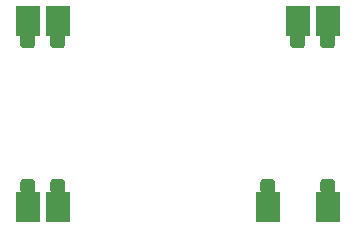
<source format=gbs>
G04 #@! TF.GenerationSoftware,KiCad,Pcbnew,9.0.1+1*
G04 #@! TF.CreationDate,2025-11-11T08:29:29+00:00*
G04 #@! TF.ProjectId,high-efficiency_dc-dc_converter,68696768-2d65-4666-9669-6369656e6379,rev?*
G04 #@! TF.SameCoordinates,Original*
G04 #@! TF.FileFunction,Soldermask,Bot*
G04 #@! TF.FilePolarity,Negative*
%FSLAX46Y46*%
G04 Gerber Fmt 4.6, Leading zero omitted, Abs format (unit mm)*
G04 Created by KiCad (PCBNEW 9.0.1+1) date 2025-11-11 08:29:29*
%MOMM*%
%LPD*%
G01*
G04 APERTURE LIST*
%ADD10R,2.000000X2.540000*%
G04 APERTURE END LIST*
D10*
X76200000Y-48655000D03*
G36*
G01*
X75825000Y-46330000D02*
X76575000Y-46330000D01*
G75*
G02*
X76825000Y-46580000I0J-250000D01*
G01*
X76825000Y-47330000D01*
G75*
G02*
X76575000Y-47580000I-250000J0D01*
G01*
X75825000Y-47580000D01*
G75*
G02*
X75575000Y-47330000I0J250000D01*
G01*
X75575000Y-46580000D01*
G75*
G02*
X75825000Y-46330000I250000J0D01*
G01*
G37*
X71120000Y-48655000D03*
G36*
G01*
X70745000Y-46330000D02*
X71495000Y-46330000D01*
G75*
G02*
X71745000Y-46580000I0J-250000D01*
G01*
X71745000Y-47330000D01*
G75*
G02*
X71495000Y-47580000I-250000J0D01*
G01*
X70745000Y-47580000D01*
G75*
G02*
X70495000Y-47330000I0J250000D01*
G01*
X70495000Y-46580000D01*
G75*
G02*
X70745000Y-46330000I250000J0D01*
G01*
G37*
X53340000Y-48655000D03*
G36*
G01*
X52965000Y-46330000D02*
X53715000Y-46330000D01*
G75*
G02*
X53965000Y-46580000I0J-250000D01*
G01*
X53965000Y-47330000D01*
G75*
G02*
X53715000Y-47580000I-250000J0D01*
G01*
X52965000Y-47580000D01*
G75*
G02*
X52715000Y-47330000I0J250000D01*
G01*
X52715000Y-46580000D01*
G75*
G02*
X52965000Y-46330000I250000J0D01*
G01*
G37*
X50800000Y-48655000D03*
G36*
G01*
X50425000Y-46330000D02*
X51175000Y-46330000D01*
G75*
G02*
X51425000Y-46580000I0J-250000D01*
G01*
X51425000Y-47330000D01*
G75*
G02*
X51175000Y-47580000I-250000J0D01*
G01*
X50425000Y-47580000D01*
G75*
G02*
X50175000Y-47330000I0J250000D01*
G01*
X50175000Y-46580000D01*
G75*
G02*
X50425000Y-46330000I250000J0D01*
G01*
G37*
G36*
G01*
X75825000Y-33990000D02*
X76575000Y-33990000D01*
G75*
G02*
X76825000Y-34240000I0J-250000D01*
G01*
X76825000Y-34990000D01*
G75*
G02*
X76575000Y-35240000I-250000J0D01*
G01*
X75825000Y-35240000D01*
G75*
G02*
X75575000Y-34990000I0J250000D01*
G01*
X75575000Y-34240000D01*
G75*
G02*
X75825000Y-33990000I250000J0D01*
G01*
G37*
X76200000Y-32915000D03*
G36*
G01*
X73285000Y-33990000D02*
X74035000Y-33990000D01*
G75*
G02*
X74285000Y-34240000I0J-250000D01*
G01*
X74285000Y-34990000D01*
G75*
G02*
X74035000Y-35240000I-250000J0D01*
G01*
X73285000Y-35240000D01*
G75*
G02*
X73035000Y-34990000I0J250000D01*
G01*
X73035000Y-34240000D01*
G75*
G02*
X73285000Y-33990000I250000J0D01*
G01*
G37*
X73660000Y-32915000D03*
G36*
G01*
X52965000Y-33990000D02*
X53715000Y-33990000D01*
G75*
G02*
X53965000Y-34240000I0J-250000D01*
G01*
X53965000Y-34990000D01*
G75*
G02*
X53715000Y-35240000I-250000J0D01*
G01*
X52965000Y-35240000D01*
G75*
G02*
X52715000Y-34990000I0J250000D01*
G01*
X52715000Y-34240000D01*
G75*
G02*
X52965000Y-33990000I250000J0D01*
G01*
G37*
X53340000Y-32915000D03*
G36*
G01*
X50425000Y-33990000D02*
X51175000Y-33990000D01*
G75*
G02*
X51425000Y-34240000I0J-250000D01*
G01*
X51425000Y-34990000D01*
G75*
G02*
X51175000Y-35240000I-250000J0D01*
G01*
X50425000Y-35240000D01*
G75*
G02*
X50175000Y-34990000I0J250000D01*
G01*
X50175000Y-34240000D01*
G75*
G02*
X50425000Y-33990000I250000J0D01*
G01*
G37*
X50800000Y-32915000D03*
M02*

</source>
